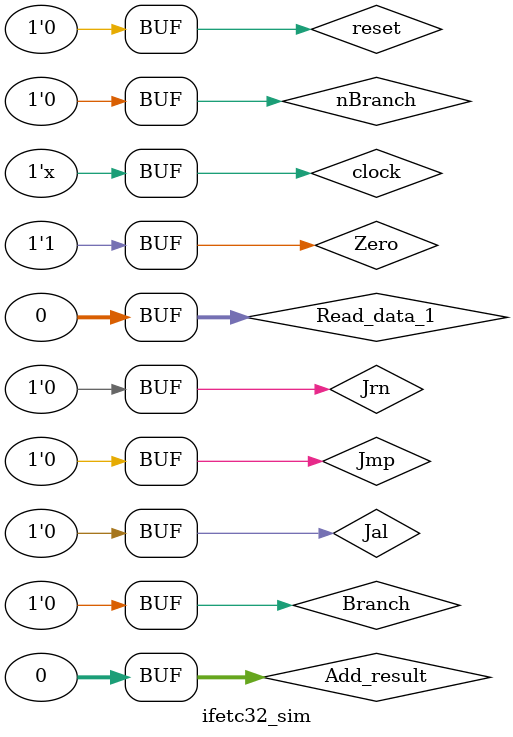
<source format=v>
`timescale 1ns / 1ps


module ifetc32_sim(

    );
    // input
    reg[31:0]  Add_result = 32'h00000000;
    reg[31:0]  Read_data_1 = 32'h00000000;
    reg        Branch = 1'b0;
    reg        nBranch = 1'b0;
    reg        Jmp = 1'b0;
    reg        Jal = 1'b0;
    reg        Jrn = 1'b0;
    reg        Zero = 1'b1;
    reg        clock = 1'b0,reset = 1'b1;

    // output
    wire[31:0] Instruction;            // ���ָ��
    wire[31:0] PC_plus_4_out;
    wire[31:0] opcplus4;
    wire[31:0] next_PC;
    wire[31:0] PC;
        
    Ifetc32 Uifetch(Instruction,PC_plus_4_out,Add_result,
            Read_data_1,Branch,nBranch,Jmp,Jal,Jrn,Zero,
            clock,reset,opcplus4, next_PC, PC);

    initial begin
        #150   reset = 1'b0;
//        #100   Jal = 1;
//        #100   begin Jrn = 1;Jal = 0; Read_data_1 = 32'h0000019c;end;
//        #100   begin Jrn = 0;Branch = 1'b1; Zero = 1'b1; Add_result = 32'h00000002;end;        
//        #100   begin Branch = 1'b0; Zero = 1'b0; end;        
    end
    always #50 clock = ~clock;            
endmodule

</source>
